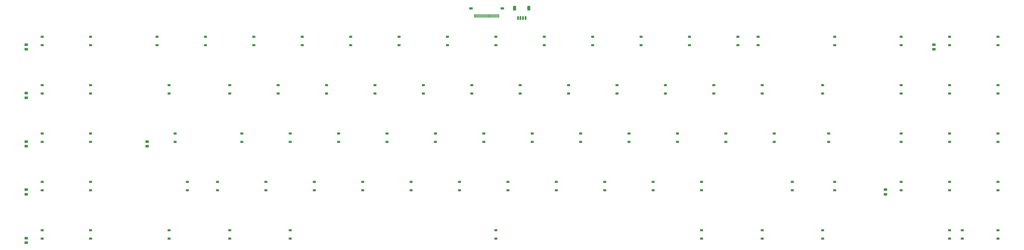
<source format=gbr>
%TF.GenerationSoftware,KiCad,Pcbnew,8.0.2*%
%TF.CreationDate,2025-12-13T15:02:25-08:00*%
%TF.ProjectId,mx-unsaver-main,6d782d75-6e73-4617-9665-722d6d61696e,rev?*%
%TF.SameCoordinates,Original*%
%TF.FileFunction,Paste,Bot*%
%TF.FilePolarity,Positive*%
%FSLAX46Y46*%
G04 Gerber Fmt 4.6, Leading zero omitted, Abs format (unit mm)*
G04 Created by KiCad (PCBNEW 8.0.2) date 2025-12-13 15:02:25*
%MOMM*%
%LPD*%
G01*
G04 APERTURE LIST*
G04 Aperture macros list*
%AMRoundRect*
0 Rectangle with rounded corners*
0 $1 Rounding radius*
0 $2 $3 $4 $5 $6 $7 $8 $9 X,Y pos of 4 corners*
0 Add a 4 corners polygon primitive as box body*
4,1,4,$2,$3,$4,$5,$6,$7,$8,$9,$2,$3,0*
0 Add four circle primitives for the rounded corners*
1,1,$1+$1,$2,$3*
1,1,$1+$1,$4,$5*
1,1,$1+$1,$6,$7*
1,1,$1+$1,$8,$9*
0 Add four rect primitives between the rounded corners*
20,1,$1+$1,$2,$3,$4,$5,0*
20,1,$1+$1,$4,$5,$6,$7,0*
20,1,$1+$1,$6,$7,$8,$9,0*
20,1,$1+$1,$8,$9,$2,$3,0*%
G04 Aperture macros list end*
%ADD10RoundRect,0.225000X0.375000X-0.225000X0.375000X0.225000X-0.375000X0.225000X-0.375000X-0.225000X0*%
%ADD11RoundRect,0.250000X0.450000X-0.262500X0.450000X0.262500X-0.450000X0.262500X-0.450000X-0.262500X0*%
%ADD12R,0.300000X1.400000*%
%ADD13R,1.350000X0.950000*%
%ADD14RoundRect,0.150000X-0.150000X-0.625000X0.150000X-0.625000X0.150000X0.625000X-0.150000X0.625000X0*%
%ADD15RoundRect,0.250000X-0.350000X-0.650000X0.350000X-0.650000X0.350000X0.650000X-0.350000X0.650000X0*%
G04 APERTURE END LIST*
D10*
%TO.C,D52*%
X200818750Y-1443750D03*
X200818750Y1856250D03*
%TD*%
%TO.C,D34*%
X115093750Y-20493750D03*
X115093750Y-17193750D03*
%TD*%
%TO.C,D30*%
X100806250Y-77643750D03*
X100806250Y-74343750D03*
%TD*%
%TO.C,D107*%
X315118750Y-58593750D03*
X315118750Y-55293750D03*
%TD*%
%TO.C,D17*%
X72231250Y-58593750D03*
X72231250Y-55293750D03*
%TD*%
%TO.C,D108*%
X298450000Y-58593750D03*
X298450000Y-55293750D03*
%TD*%
%TO.C,D69*%
X215106250Y-39543750D03*
X215106250Y-36243750D03*
%TD*%
%TO.C,D36*%
X138906250Y-39543750D03*
X138906250Y-36243750D03*
%TD*%
%TO.C,D7*%
X22225000Y-58593750D03*
X22225000Y-55293750D03*
%TD*%
%TO.C,D50*%
X148431250Y-58593750D03*
X148431250Y-55293750D03*
%TD*%
%TO.C,D11*%
X48418750Y-1443750D03*
X48418750Y1856250D03*
%TD*%
%TO.C,D74*%
X238918750Y-1443750D03*
X238918750Y1856250D03*
%TD*%
%TO.C,D125*%
X360362500Y-1443750D03*
X360362500Y1856250D03*
%TD*%
%TO.C,D129*%
X360362500Y-39543750D03*
X360362500Y-36243750D03*
%TD*%
%TO.C,D76*%
X248443750Y-20493750D03*
X248443750Y-17193750D03*
%TD*%
%TO.C,D13*%
X76993750Y-20493750D03*
X76993750Y-17193750D03*
%TD*%
%TO.C,D134*%
X379412500Y-77643750D03*
X379412500Y-74343750D03*
%TD*%
%TO.C,D16*%
X81756250Y-39543750D03*
X81756250Y-36243750D03*
%TD*%
D11*
%TO.C,R6*%
X-3100000Y-79312500D03*
X-3100000Y-77487500D03*
%TD*%
D10*
%TO.C,D51*%
X181768750Y-1443750D03*
X181768750Y1856250D03*
%TD*%
%TO.C,D47*%
X143668750Y-1443750D03*
X143668750Y1856250D03*
%TD*%
%TO.C,D130*%
X379412500Y-39543750D03*
X379412500Y-36243750D03*
%TD*%
%TO.C,D124*%
X365300000Y-77643750D03*
X365300000Y-74343750D03*
%TD*%
%TO.C,D103*%
X315118750Y-1443750D03*
X315118750Y1856250D03*
%TD*%
%TO.C,D56*%
X196056250Y-39543750D03*
X196056250Y-36243750D03*
%TD*%
%TO.C,D123*%
X341312500Y-58593750D03*
X341312500Y-55293750D03*
%TD*%
D11*
%TO.C,R18*%
X335100000Y-60212500D03*
X335100000Y-58387500D03*
%TD*%
D10*
%TO.C,D32*%
X124618750Y-1443750D03*
X124618750Y1856250D03*
%TD*%
%TO.C,D37*%
X129381250Y-58593750D03*
X129381250Y-55293750D03*
%TD*%
%TO.C,D27*%
X96043750Y-20493750D03*
X96043750Y-17193750D03*
%TD*%
%TO.C,D31*%
X105568750Y-1443750D03*
X105568750Y1856250D03*
%TD*%
D11*
%TO.C,R4*%
X-3100000Y-60212500D03*
X-3100000Y-58387500D03*
%TD*%
D10*
%TO.C,D14*%
X53181250Y-20493750D03*
X53181250Y-17193750D03*
%TD*%
%TO.C,D46*%
X162718750Y-1443750D03*
X162718750Y1856250D03*
%TD*%
%TO.C,D120*%
X341312500Y-1443750D03*
X341312500Y1856250D03*
%TD*%
%TO.C,D29*%
X91281250Y-58593750D03*
X91281250Y-55293750D03*
%TD*%
%TO.C,D80*%
X253206250Y-39543750D03*
X253206250Y-36243750D03*
%TD*%
D11*
%TO.C,R8*%
X44500000Y-41312500D03*
X44500000Y-39487500D03*
%TD*%
%TO.C,R3*%
X-3100000Y-41312500D03*
X-3100000Y-39487500D03*
%TD*%
D10*
%TO.C,D127*%
X379412500Y-20493750D03*
X379412500Y-17193750D03*
%TD*%
D11*
%TO.C,R17*%
X354100000Y-3112500D03*
X354100000Y-1287500D03*
%TD*%
D10*
%TO.C,D38*%
X110331250Y-58593750D03*
X110331250Y-55293750D03*
%TD*%
%TO.C,D20*%
X76993750Y-77643750D03*
X76993750Y-74343750D03*
%TD*%
%TO.C,D59*%
X181768750Y-77643750D03*
X181768750Y-74343750D03*
%TD*%
%TO.C,D96*%
X262731250Y-58593750D03*
X262731250Y-55293750D03*
%TD*%
%TO.C,D2*%
X22225000Y-1443750D03*
X22225000Y1856250D03*
%TD*%
%TO.C,D1*%
X3175000Y-1443750D03*
X3175000Y1856250D03*
%TD*%
%TO.C,D4*%
X3175000Y-20493750D03*
X3175000Y-17193750D03*
%TD*%
%TO.C,D77*%
X229393750Y-20493750D03*
X229393750Y-17193750D03*
%TD*%
%TO.C,D133*%
X360362500Y-77643750D03*
X360362500Y-74343750D03*
%TD*%
%TO.C,D19*%
X53181250Y-77643750D03*
X53181250Y-74343750D03*
%TD*%
%TO.C,D95*%
X272256250Y-39543750D03*
X272256250Y-36243750D03*
%TD*%
%TO.C,D28*%
X100806250Y-39543750D03*
X100806250Y-36243750D03*
%TD*%
%TO.C,D132*%
X360362500Y-58593750D03*
X360362500Y-55293750D03*
%TD*%
%TO.C,D48*%
X153193750Y-20493750D03*
X153193750Y-17193750D03*
%TD*%
%TO.C,D81*%
X243681250Y-58593750D03*
X243681250Y-55293750D03*
%TD*%
%TO.C,D97*%
X262731250Y-77643750D03*
X262731250Y-74343750D03*
%TD*%
D11*
%TO.C,R2*%
X-3100000Y-22212500D03*
X-3100000Y-20387500D03*
%TD*%
D10*
%TO.C,D9*%
X3175000Y-77643750D03*
X3175000Y-74343750D03*
%TD*%
%TO.C,D8*%
X3175000Y-58593750D03*
X3175000Y-55293750D03*
%TD*%
%TO.C,D12*%
X67468750Y-1443750D03*
X67468750Y1856250D03*
%TD*%
%TO.C,D26*%
X86518750Y-1443750D03*
X86518750Y1856250D03*
%TD*%
%TO.C,D122*%
X341312500Y-39543750D03*
X341312500Y-36243750D03*
%TD*%
%TO.C,D110*%
X310356250Y-77643750D03*
X310356250Y-74343750D03*
%TD*%
%TO.C,D58*%
X167481250Y-58593750D03*
X167481250Y-55293750D03*
%TD*%
%TO.C,D75*%
X257968750Y-1443750D03*
X257968750Y1856250D03*
%TD*%
%TO.C,D102*%
X284956250Y-1443750D03*
X284956250Y1856250D03*
%TD*%
D12*
%TO.C,J6*%
X173343850Y10037400D03*
X173843950Y10037400D03*
X174343850Y10037400D03*
X174843950Y10037400D03*
X175343850Y10037400D03*
X175843950Y10037400D03*
X176343850Y10037400D03*
X176843950Y10037400D03*
X177343850Y10037400D03*
X177843950Y10037400D03*
X178343850Y10037400D03*
X178843950Y10037400D03*
X179344050Y10037400D03*
X179843950Y10037400D03*
X180344050Y10037400D03*
X180843950Y10037400D03*
X181344050Y10037400D03*
X181843950Y10037400D03*
X182344050Y10037400D03*
X182843950Y10037400D03*
D13*
X171918750Y13012600D03*
X184268750Y13012600D03*
%TD*%
D10*
%TO.C,D131*%
X379412500Y-58593750D03*
X379412500Y-55293750D03*
%TD*%
%TO.C,D68*%
X210343750Y-20493750D03*
X210343750Y-17193750D03*
%TD*%
D11*
%TO.C,R19*%
X-3100000Y-3112500D03*
X-3100000Y-1287500D03*
%TD*%
D10*
%TO.C,D5*%
X3175000Y-39543750D03*
X3175000Y-36243750D03*
%TD*%
%TO.C,D126*%
X379412500Y-1443750D03*
X379412500Y1856250D03*
%TD*%
%TO.C,D33*%
X134143750Y-20493750D03*
X134143750Y-17193750D03*
%TD*%
%TO.C,D6*%
X22225000Y-39543750D03*
X22225000Y-36243750D03*
%TD*%
%TO.C,D53*%
X191293750Y-20493750D03*
X191293750Y-17193750D03*
%TD*%
%TO.C,D15*%
X55562500Y-39543750D03*
X55562500Y-36243750D03*
%TD*%
%TO.C,D10*%
X22225000Y-77643750D03*
X22225000Y-74343750D03*
%TD*%
%TO.C,D105*%
X286543750Y-20493750D03*
X286543750Y-17193750D03*
%TD*%
D14*
%TO.C,J3*%
X190443750Y9200000D03*
X191443750Y9200000D03*
X192443750Y9200000D03*
X193443750Y9200000D03*
D15*
X189143750Y13075000D03*
X194743750Y13075000D03*
%TD*%
D10*
%TO.C,D55*%
X177006250Y-39543750D03*
X177006250Y-36243750D03*
%TD*%
%TO.C,D67*%
X219868750Y-1443750D03*
X219868750Y1856250D03*
%TD*%
%TO.C,D35*%
X119856250Y-39543750D03*
X119856250Y-36243750D03*
%TD*%
%TO.C,D112*%
X291306250Y-39543750D03*
X291306250Y-36243750D03*
%TD*%
%TO.C,D49*%
X157956250Y-39543750D03*
X157956250Y-36243750D03*
%TD*%
%TO.C,D18*%
X60325000Y-58593750D03*
X60325000Y-55293750D03*
%TD*%
%TO.C,D104*%
X310356250Y-20493750D03*
X310356250Y-17193750D03*
%TD*%
%TO.C,D128*%
X360362500Y-20493750D03*
X360362500Y-17193750D03*
%TD*%
%TO.C,D60*%
X205581250Y-58593750D03*
X205581250Y-55293750D03*
%TD*%
%TO.C,D54*%
X172243750Y-20493750D03*
X172243750Y-17193750D03*
%TD*%
%TO.C,D94*%
X267493750Y-20493750D03*
X267493750Y-17193750D03*
%TD*%
%TO.C,D106*%
X312737500Y-39543750D03*
X312737500Y-36243750D03*
%TD*%
%TO.C,D57*%
X186531250Y-58593750D03*
X186531250Y-55293750D03*
%TD*%
%TO.C,D3*%
X22225000Y-20493750D03*
X22225000Y-17193750D03*
%TD*%
%TO.C,D109*%
X286543750Y-77643750D03*
X286543750Y-74343750D03*
%TD*%
%TO.C,D82*%
X224631250Y-58593750D03*
X224631250Y-55293750D03*
%TD*%
%TO.C,D79*%
X234156250Y-39543750D03*
X234156250Y-36243750D03*
%TD*%
%TO.C,D121*%
X341312500Y-20493750D03*
X341312500Y-17193750D03*
%TD*%
%TO.C,D93*%
X277018750Y-1443750D03*
X277018750Y1856250D03*
%TD*%
M02*

</source>
